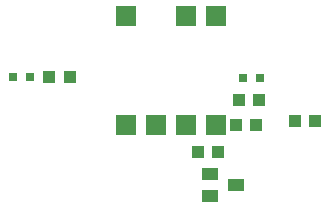
<source format=gbr>
G04 EAGLE Gerber RS-274X export*
G75*
%MOMM*%
%FSLAX34Y34*%
%LPD*%
%INSolderpaste Top*%
%IPPOS*%
%AMOC8*
5,1,8,0,0,1.08239X$1,22.5*%
G01*
%ADD10R,0.800000X0.800000*%
%ADD11R,1.000000X1.100000*%
%ADD12R,1.671800X1.811800*%
%ADD13R,1.400000X1.000000*%


D10*
X227037Y340647D03*
X212037Y340647D03*
D11*
X451006Y302960D03*
X468006Y302960D03*
X243279Y340700D03*
X260279Y340700D03*
D12*
X308163Y299817D03*
X333563Y299817D03*
X358963Y299817D03*
X384363Y299817D03*
X384363Y392217D03*
X358963Y392217D03*
X308163Y392217D03*
D13*
X401568Y248902D03*
X379568Y239402D03*
X379568Y258402D03*
D10*
X421792Y339123D03*
X406792Y339123D03*
D11*
X418446Y299789D03*
X401446Y299789D03*
X420788Y321175D03*
X403788Y321175D03*
X386213Y276558D03*
X369213Y276558D03*
M02*

</source>
